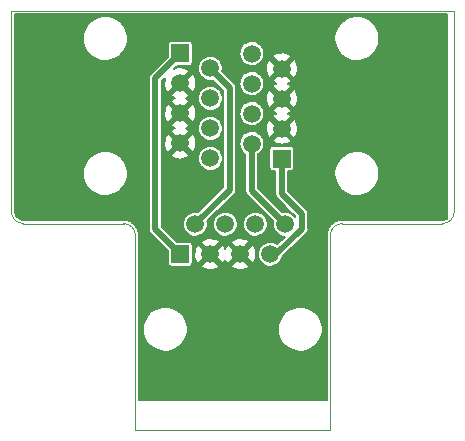
<source format=gbr>
G04 #@! TF.GenerationSoftware,KiCad,Pcbnew,5.99.0-unknown-06c979d~86~ubuntu18.04.1*
G04 #@! TF.CreationDate,2020-01-24T15:10:46+02:00*
G04 #@! TF.ProjectId,interconnect,696e7465-7263-46f6-9e6e-6563742e6b69,rev?*
G04 #@! TF.SameCoordinates,Original*
G04 #@! TF.FileFunction,Copper,L1,Top*
G04 #@! TF.FilePolarity,Positive*
%FSLAX46Y46*%
G04 Gerber Fmt 4.6, Leading zero omitted, Abs format (unit mm)*
G04 Created by KiCad (PCBNEW 5.99.0-unknown-06c979d~86~ubuntu18.04.1) date 2020-01-24 15:10:46*
%MOMM*%
%LPD*%
G04 APERTURE LIST*
%ADD10C,0.050000*%
%ADD11C,1.500000*%
%ADD12R,1.500000X1.500000*%
%ADD13C,0.500000*%
%ADD14C,0.200000*%
G04 APERTURE END LIST*
D10*
X93000000Y-97500000D02*
G75*
G02*
X92000000Y-96500000I0J1000000D01*
G01*
X129500000Y-96500000D02*
G75*
G02*
X128500000Y-97500000I-1000000J0D01*
G01*
X101500000Y-97500000D02*
G75*
G02*
X102500000Y-98500000I0J-1000000D01*
G01*
X119000000Y-98500000D02*
G75*
G02*
X120000000Y-97500000I1000000J0D01*
G01*
X102500000Y-115000000D02*
X119000000Y-115000000D01*
X102500000Y-98500000D02*
X102500000Y-115000000D01*
X101500000Y-97500000D02*
X93000000Y-97500000D01*
X119000000Y-98500000D02*
X119000000Y-115000000D01*
X128500000Y-97500000D02*
X120000000Y-97500000D01*
X92000000Y-96500000D02*
X92000000Y-79500000D01*
X129500000Y-79500000D02*
X129500000Y-96500000D01*
X92000000Y-79500000D02*
X129500000Y-79500000D01*
D11*
X112360000Y-83110000D03*
X114900000Y-84380000D03*
X112360000Y-85650000D03*
X114900000Y-86920000D03*
X112360000Y-88190000D03*
X114900000Y-89460000D03*
X112360000Y-90730000D03*
D12*
X114900000Y-92000000D03*
D11*
X115190000Y-97560000D03*
X113920000Y-100100000D03*
X112650000Y-97560000D03*
X111380000Y-100100000D03*
X110110000Y-97560000D03*
X108840000Y-100100000D03*
X107570000Y-97560000D03*
D12*
X106300000Y-100100000D03*
D11*
X108840000Y-91990000D03*
X106300000Y-90720000D03*
X108840000Y-89450000D03*
X106300000Y-88180000D03*
X108840000Y-86910000D03*
X106300000Y-85640000D03*
X108840000Y-84370000D03*
D12*
X106300000Y-83100000D03*
D13*
X116600000Y-96700000D02*
X116600000Y-97926002D01*
X116600000Y-97926002D02*
X114426002Y-100100000D01*
X114426002Y-100100000D02*
X113920000Y-100100000D01*
X114900000Y-95000000D02*
X116600000Y-96700000D01*
X114900000Y-92000000D02*
X114900000Y-95000000D01*
X112360000Y-90730000D02*
X112360000Y-94730000D01*
X112360000Y-94730000D02*
X115190000Y-97560000D01*
X110500000Y-86030000D02*
X110500000Y-94630000D01*
X108840000Y-84370000D02*
X110500000Y-86030000D01*
X110500000Y-94630000D02*
X107570000Y-97560000D01*
X104200000Y-85200000D02*
X104200000Y-98000000D01*
X106300000Y-83100000D02*
X104200000Y-85200000D01*
X104200000Y-98000000D02*
X106300000Y-100100000D01*
G36*
X128901000Y-97063132D02*
G01*
X128867918Y-97088793D01*
X128742010Y-97150747D01*
X128602585Y-97187065D01*
X128465550Y-97197609D01*
X128454630Y-97201000D01*
X120022390Y-97201000D01*
X119988152Y-97195853D01*
X119976520Y-97196765D01*
X119812565Y-97209381D01*
X119797464Y-97214070D01*
X119781585Y-97214527D01*
X119770366Y-97217446D01*
X119563975Y-97271206D01*
X119546645Y-97280208D01*
X119527544Y-97284706D01*
X119517147Y-97289823D01*
X119325797Y-97383980D01*
X119310633Y-97396281D01*
X119292784Y-97404547D01*
X119283670Y-97411631D01*
X119115160Y-97542341D01*
X119102778Y-97557442D01*
X119087060Y-97569051D01*
X119079503Y-97577842D01*
X118940669Y-97739823D01*
X118931578Y-97757103D01*
X118918422Y-97771739D01*
X118912783Y-97781940D01*
X118912784Y-97781940D01*
X118809450Y-97968358D01*
X118804019Y-97987114D01*
X118794116Y-98004026D01*
X118790645Y-98015089D01*
X118726865Y-98218609D01*
X118725316Y-98238075D01*
X118719003Y-98256672D01*
X118717839Y-98268185D01*
X118696287Y-98480356D01*
X118701000Y-98518467D01*
X118701001Y-112401000D01*
X102799000Y-112401000D01*
X102799000Y-106541366D01*
X103127873Y-106541366D01*
X103162270Y-106821514D01*
X103237700Y-107093502D01*
X103352502Y-107351352D01*
X103504156Y-107589401D01*
X103689330Y-107802420D01*
X103903957Y-107985728D01*
X104143321Y-108135299D01*
X104402164Y-108247848D01*
X104674798Y-108320900D01*
X104955237Y-108352851D01*
X105237318Y-108343001D01*
X105514843Y-108291565D01*
X105781718Y-108199672D01*
X106032080Y-108069343D01*
X106260427Y-107903438D01*
X106461743Y-107705605D01*
X106631607Y-107480188D01*
X106766286Y-107232140D01*
X106862823Y-106966910D01*
X106919355Y-106689045D01*
X106923221Y-106541366D01*
X114557873Y-106541366D01*
X114592270Y-106821514D01*
X114667700Y-107093502D01*
X114782502Y-107351352D01*
X114934156Y-107589401D01*
X115119330Y-107802420D01*
X115333957Y-107985728D01*
X115573321Y-108135299D01*
X115832164Y-108247848D01*
X116104798Y-108320900D01*
X116385237Y-108352851D01*
X116667318Y-108343001D01*
X116944843Y-108291565D01*
X117211718Y-108199672D01*
X117462080Y-108069343D01*
X117690427Y-107903438D01*
X117891743Y-107705605D01*
X118061607Y-107480188D01*
X118196286Y-107232140D01*
X118292823Y-106966910D01*
X118349355Y-106689045D01*
X118359276Y-106310164D01*
X118317364Y-106029722D01*
X118234841Y-105759802D01*
X118113329Y-105505045D01*
X117955495Y-105271047D01*
X117764808Y-105062948D01*
X117545456Y-104885322D01*
X117302259Y-104742068D01*
X117040559Y-104636334D01*
X116766105Y-104570443D01*
X116484926Y-104545844D01*
X116203201Y-104563074D01*
X115927115Y-104621758D01*
X115662737Y-104720605D01*
X115415874Y-104857443D01*
X115191948Y-105029268D01*
X114995879Y-105232304D01*
X114831974Y-105462090D01*
X114703834Y-105713579D01*
X114614275Y-105981246D01*
X114565261Y-106259210D01*
X114557873Y-106541366D01*
X106923221Y-106541366D01*
X106929276Y-106310164D01*
X106887364Y-106029722D01*
X106804841Y-105759802D01*
X106683329Y-105505045D01*
X106525495Y-105271047D01*
X106334808Y-105062948D01*
X106115456Y-104885322D01*
X105872259Y-104742068D01*
X105610559Y-104636334D01*
X105336105Y-104570443D01*
X105054926Y-104545844D01*
X104773201Y-104563074D01*
X104497115Y-104621758D01*
X104232737Y-104720605D01*
X103985874Y-104857443D01*
X103761948Y-105029268D01*
X103565879Y-105232304D01*
X103401974Y-105462090D01*
X103273834Y-105713579D01*
X103184275Y-105981246D01*
X103135261Y-106259210D01*
X103127873Y-106541366D01*
X102799000Y-106541366D01*
X102799000Y-101164295D01*
X107994908Y-101164295D01*
X108152592Y-101276357D01*
X108371771Y-101379495D01*
X108605750Y-101442189D01*
X108847133Y-101462459D01*
X109088292Y-101439663D01*
X109321601Y-101374521D01*
X109539688Y-101269094D01*
X109683933Y-101164295D01*
X110534908Y-101164295D01*
X110692592Y-101276357D01*
X110911771Y-101379495D01*
X111145750Y-101442189D01*
X111387133Y-101462459D01*
X111628292Y-101439663D01*
X111861601Y-101374521D01*
X112079688Y-101269094D01*
X112224605Y-101163807D01*
X111380000Y-100319203D01*
X110534908Y-101164295D01*
X109683933Y-101164295D01*
X109684605Y-101163807D01*
X108840000Y-100319203D01*
X107994908Y-101164295D01*
X102799000Y-101164295D01*
X102799000Y-98522390D01*
X102804147Y-98488152D01*
X102803235Y-98476520D01*
X102790619Y-98312565D01*
X102785930Y-98297464D01*
X102785473Y-98281585D01*
X102782554Y-98270366D01*
X102728794Y-98063975D01*
X102719792Y-98046645D01*
X102715294Y-98027544D01*
X102710177Y-98017147D01*
X102616020Y-97825797D01*
X102603719Y-97810633D01*
X102595453Y-97792784D01*
X102588369Y-97783670D01*
X102457659Y-97615160D01*
X102442558Y-97602778D01*
X102430949Y-97587060D01*
X102422158Y-97579503D01*
X102260177Y-97440669D01*
X102242897Y-97431578D01*
X102228261Y-97418422D01*
X102218060Y-97412783D01*
X102218060Y-97412784D01*
X102031642Y-97309450D01*
X102012886Y-97304019D01*
X101995974Y-97294116D01*
X101984911Y-97290645D01*
X101781391Y-97226865D01*
X101761925Y-97225316D01*
X101743328Y-97219003D01*
X101731770Y-97217834D01*
X101519644Y-97196287D01*
X101481533Y-97201000D01*
X93049385Y-97201000D01*
X93042250Y-97198578D01*
X93030692Y-97197409D01*
X92860397Y-97180111D01*
X92726484Y-97138146D01*
X92603761Y-97070120D01*
X92497211Y-96978796D01*
X92411208Y-96867921D01*
X92349253Y-96742010D01*
X92312935Y-96602585D01*
X92302391Y-96465550D01*
X92299000Y-96454630D01*
X92299000Y-93351366D01*
X98047873Y-93351366D01*
X98082270Y-93631514D01*
X98157700Y-93903502D01*
X98272502Y-94161352D01*
X98424156Y-94399401D01*
X98609330Y-94612420D01*
X98823957Y-94795728D01*
X99063321Y-94945299D01*
X99322164Y-95057848D01*
X99594798Y-95130900D01*
X99875237Y-95162851D01*
X100157318Y-95153001D01*
X100434843Y-95101565D01*
X100701718Y-95009672D01*
X100952080Y-94879343D01*
X101180427Y-94713438D01*
X101381743Y-94515605D01*
X101551607Y-94290188D01*
X101686286Y-94042140D01*
X101782823Y-93776910D01*
X101839355Y-93499045D01*
X101849276Y-93120164D01*
X101807364Y-92839722D01*
X101724841Y-92569802D01*
X101603329Y-92315045D01*
X101445495Y-92081047D01*
X101254808Y-91872948D01*
X101035456Y-91695322D01*
X100792259Y-91552068D01*
X100530559Y-91446334D01*
X100256105Y-91380443D01*
X99974926Y-91355844D01*
X99693201Y-91373074D01*
X99417115Y-91431758D01*
X99152737Y-91530605D01*
X98905874Y-91667443D01*
X98681948Y-91839268D01*
X98485879Y-92042304D01*
X98321974Y-92272090D01*
X98193834Y-92523579D01*
X98104275Y-92791246D01*
X98055261Y-93069210D01*
X98047873Y-93351366D01*
X92299000Y-93351366D01*
X92299000Y-85172719D01*
X103642171Y-85172719D01*
X103651000Y-85237595D01*
X103651001Y-97908205D01*
X103647496Y-97918414D01*
X103651001Y-98011768D01*
X103651001Y-98050987D01*
X103652845Y-98060891D01*
X103655358Y-98127836D01*
X103670396Y-98155133D01*
X103678949Y-98201056D01*
X103786264Y-98375154D01*
X103838382Y-98414785D01*
X105247082Y-99823486D01*
X105247082Y-100859750D01*
X105268348Y-100966664D01*
X105334433Y-101065567D01*
X105433336Y-101131652D01*
X105540250Y-101152918D01*
X107059750Y-101152918D01*
X107166664Y-101131652D01*
X107265567Y-101065567D01*
X107331652Y-100966664D01*
X107352918Y-100859750D01*
X107352918Y-100064334D01*
X107477990Y-100064334D01*
X107493199Y-100306089D01*
X107550980Y-100541330D01*
X107649505Y-100762621D01*
X107774400Y-100946397D01*
X108620797Y-100100000D01*
X109059203Y-100100000D01*
X109906418Y-100947215D01*
X110037369Y-100750118D01*
X110109611Y-100583176D01*
X110189505Y-100762621D01*
X110314400Y-100946397D01*
X111160797Y-100100000D01*
X111599203Y-100100000D01*
X112446418Y-100947215D01*
X112577369Y-100750118D01*
X112673571Y-100527808D01*
X112729184Y-100290701D01*
X112737316Y-99980171D01*
X112694188Y-99740479D01*
X112609752Y-99513438D01*
X112452190Y-99247013D01*
X111599203Y-100100000D01*
X111160797Y-100100000D01*
X110316848Y-99256051D01*
X110225816Y-99375981D01*
X110115844Y-99591812D01*
X110108251Y-99616960D01*
X110069752Y-99513438D01*
X109912190Y-99247013D01*
X109059203Y-100100000D01*
X108620797Y-100100000D01*
X107776848Y-99256051D01*
X107685816Y-99375981D01*
X107575844Y-99591812D01*
X107505831Y-99823707D01*
X107477990Y-100064334D01*
X107352918Y-100064334D01*
X107352918Y-99340250D01*
X107331652Y-99233336D01*
X107265567Y-99134433D01*
X107166664Y-99068348D01*
X107059750Y-99047082D01*
X106023486Y-99047082D01*
X106008018Y-99031614D01*
X107990817Y-99031614D01*
X108840000Y-99880797D01*
X109689183Y-99031614D01*
X110530817Y-99031614D01*
X111380000Y-99880797D01*
X112237836Y-99022961D01*
X111927645Y-98852430D01*
X111698064Y-98775168D01*
X111458429Y-98739781D01*
X111216316Y-98747390D01*
X110979376Y-98797753D01*
X110755100Y-98889279D01*
X110530817Y-99031614D01*
X109689183Y-99031614D01*
X109697836Y-99022961D01*
X109387645Y-98852430D01*
X109158064Y-98775168D01*
X108918429Y-98739781D01*
X108676316Y-98747390D01*
X108439376Y-98797753D01*
X108215100Y-98889279D01*
X107990817Y-99031614D01*
X106008018Y-99031614D01*
X104749000Y-97772597D01*
X104749000Y-97556320D01*
X106515598Y-97556320D01*
X106536394Y-97768412D01*
X106599412Y-97971991D01*
X106702078Y-98158739D01*
X106840198Y-98321030D01*
X107008131Y-98452233D01*
X107199015Y-98546989D01*
X107405054Y-98601427D01*
X107617831Y-98613323D01*
X107828655Y-98582191D01*
X108028911Y-98509303D01*
X108210423Y-98397638D01*
X108365772Y-98251754D01*
X108488615Y-98077614D01*
X108573933Y-97882328D01*
X108618278Y-97673704D01*
X108618687Y-97556320D01*
X109055598Y-97556320D01*
X109076394Y-97768412D01*
X109139412Y-97971991D01*
X109242078Y-98158739D01*
X109380198Y-98321030D01*
X109548131Y-98452233D01*
X109739015Y-98546989D01*
X109945054Y-98601427D01*
X110157831Y-98613323D01*
X110368655Y-98582191D01*
X110568911Y-98509303D01*
X110750423Y-98397638D01*
X110905772Y-98251754D01*
X111028615Y-98077614D01*
X111113933Y-97882328D01*
X111158278Y-97673704D01*
X111158687Y-97556320D01*
X111595598Y-97556320D01*
X111616394Y-97768412D01*
X111679412Y-97971991D01*
X111782078Y-98158739D01*
X111920198Y-98321030D01*
X112088131Y-98452233D01*
X112279015Y-98546989D01*
X112485054Y-98601427D01*
X112697831Y-98613323D01*
X112908655Y-98582191D01*
X113108911Y-98509303D01*
X113290423Y-98397638D01*
X113445772Y-98251754D01*
X113568615Y-98077614D01*
X113653933Y-97882328D01*
X113698278Y-97673704D01*
X113699046Y-97453616D01*
X113656159Y-97244688D01*
X113572206Y-97048813D01*
X113450582Y-96873818D01*
X113296254Y-96726854D01*
X113115527Y-96613923D01*
X112915784Y-96539639D01*
X112705184Y-96507037D01*
X112492329Y-96517447D01*
X112285915Y-96570445D01*
X112094373Y-96663866D01*
X111925529Y-96793894D01*
X111786280Y-96955216D01*
X111682312Y-97141244D01*
X111617874Y-97344378D01*
X111595598Y-97556320D01*
X111158687Y-97556320D01*
X111159046Y-97453616D01*
X111116159Y-97244688D01*
X111032206Y-97048813D01*
X110910582Y-96873818D01*
X110756254Y-96726854D01*
X110575527Y-96613923D01*
X110375784Y-96539639D01*
X110165184Y-96507037D01*
X109952329Y-96517447D01*
X109745915Y-96570445D01*
X109554373Y-96663866D01*
X109385529Y-96793894D01*
X109246280Y-96955216D01*
X109142312Y-97141244D01*
X109077874Y-97344378D01*
X109055598Y-97556320D01*
X108618687Y-97556320D01*
X108619046Y-97453616D01*
X108590730Y-97315673D01*
X110823294Y-95083109D01*
X110832990Y-95078370D01*
X110896521Y-95009882D01*
X110924257Y-94982146D01*
X110929954Y-94973841D01*
X110975514Y-94924728D01*
X110984183Y-94894791D01*
X111010608Y-94856270D01*
X111057829Y-94657282D01*
X111049000Y-94592406D01*
X111049000Y-90726320D01*
X111305598Y-90726320D01*
X111326394Y-90938412D01*
X111389412Y-91141991D01*
X111492078Y-91328739D01*
X111630198Y-91491030D01*
X111798131Y-91622233D01*
X111811000Y-91628621D01*
X111811001Y-94638205D01*
X111807496Y-94648414D01*
X111811001Y-94741768D01*
X111811001Y-94780987D01*
X111812845Y-94790891D01*
X111815358Y-94857836D01*
X111830396Y-94885133D01*
X111838949Y-94931056D01*
X111946264Y-95105154D01*
X111998382Y-95144785D01*
X114167532Y-97313936D01*
X114157875Y-97344378D01*
X114135598Y-97556320D01*
X114156394Y-97768412D01*
X114219412Y-97971991D01*
X114322078Y-98158739D01*
X114460198Y-98321030D01*
X114628131Y-98452233D01*
X114819015Y-98546989D01*
X115025054Y-98601427D01*
X115141652Y-98607946D01*
X114514859Y-99234739D01*
X114385527Y-99153923D01*
X114185784Y-99079639D01*
X113975184Y-99047037D01*
X113762329Y-99057447D01*
X113555915Y-99110445D01*
X113364373Y-99203866D01*
X113195529Y-99333894D01*
X113056280Y-99495216D01*
X112952312Y-99681244D01*
X112887874Y-99884378D01*
X112865598Y-100096320D01*
X112886394Y-100308412D01*
X112949412Y-100511991D01*
X113052078Y-100698739D01*
X113190198Y-100861030D01*
X113358131Y-100992233D01*
X113549015Y-101086989D01*
X113755054Y-101141427D01*
X113967831Y-101153323D01*
X114178655Y-101122191D01*
X114378911Y-101049303D01*
X114560423Y-100937638D01*
X114715772Y-100791754D01*
X114838615Y-100617614D01*
X114923933Y-100422328D01*
X114935772Y-100366633D01*
X116923294Y-98379111D01*
X116932990Y-98374372D01*
X116996521Y-98305884D01*
X117024255Y-98278150D01*
X117029951Y-98269848D01*
X117075514Y-98220729D01*
X117084184Y-98190790D01*
X117110606Y-98152274D01*
X117157829Y-97953285D01*
X117149000Y-97888409D01*
X117149000Y-96791791D01*
X117152504Y-96781585D01*
X117149000Y-96688257D01*
X117149000Y-96649008D01*
X117147154Y-96639098D01*
X117144642Y-96572164D01*
X117129605Y-96544868D01*
X117121052Y-96498944D01*
X117013737Y-96324846D01*
X116961620Y-96285216D01*
X115449000Y-94772597D01*
X115449000Y-93361366D01*
X119347873Y-93361366D01*
X119382270Y-93641514D01*
X119457700Y-93913502D01*
X119572502Y-94171352D01*
X119724156Y-94409401D01*
X119909330Y-94622420D01*
X120123957Y-94805728D01*
X120363321Y-94955299D01*
X120622164Y-95067848D01*
X120894798Y-95140900D01*
X121175237Y-95172851D01*
X121457318Y-95163001D01*
X121734843Y-95111565D01*
X122001718Y-95019672D01*
X122252080Y-94889343D01*
X122480427Y-94723438D01*
X122681743Y-94525605D01*
X122851607Y-94300188D01*
X122986286Y-94052140D01*
X123082823Y-93786910D01*
X123139355Y-93509045D01*
X123149276Y-93130164D01*
X123107364Y-92849722D01*
X123024841Y-92579802D01*
X122903329Y-92325045D01*
X122745495Y-92091047D01*
X122554808Y-91882948D01*
X122335456Y-91705322D01*
X122092259Y-91562068D01*
X121830559Y-91456334D01*
X121556105Y-91390443D01*
X121274926Y-91365844D01*
X120993201Y-91383074D01*
X120717115Y-91441758D01*
X120452737Y-91540605D01*
X120205874Y-91677443D01*
X119981948Y-91849268D01*
X119785879Y-92052304D01*
X119621974Y-92282090D01*
X119493834Y-92533579D01*
X119404275Y-92801246D01*
X119355261Y-93079210D01*
X119347873Y-93361366D01*
X115449000Y-93361366D01*
X115449000Y-93052918D01*
X115659750Y-93052918D01*
X115766664Y-93031652D01*
X115865567Y-92965567D01*
X115931652Y-92866664D01*
X115952918Y-92759750D01*
X115952918Y-91240250D01*
X115931652Y-91133336D01*
X115865567Y-91034433D01*
X115766664Y-90968348D01*
X115659750Y-90947082D01*
X114140250Y-90947082D01*
X114033336Y-90968348D01*
X113934433Y-91034433D01*
X113868348Y-91133336D01*
X113847082Y-91240250D01*
X113847082Y-92759750D01*
X113868348Y-92866664D01*
X113934433Y-92965567D01*
X114033336Y-93031652D01*
X114140250Y-93052918D01*
X114351000Y-93052918D01*
X114351001Y-94908205D01*
X114347496Y-94918414D01*
X114351001Y-95011768D01*
X114351001Y-95050987D01*
X114352845Y-95060891D01*
X114355358Y-95127836D01*
X114370396Y-95155133D01*
X114378949Y-95201056D01*
X114486264Y-95375154D01*
X114538382Y-95414785D01*
X116051000Y-96927404D01*
X116051000Y-96960749D01*
X115990582Y-96873818D01*
X115836254Y-96726854D01*
X115655527Y-96613923D01*
X115455784Y-96539639D01*
X115245184Y-96507037D01*
X115032329Y-96517447D01*
X114946013Y-96539609D01*
X112909000Y-94502597D01*
X112909000Y-91623881D01*
X113000423Y-91567638D01*
X113155772Y-91421754D01*
X113278615Y-91247614D01*
X113363933Y-91052328D01*
X113408278Y-90843704D01*
X113409046Y-90623616D01*
X113388659Y-90524295D01*
X114054908Y-90524295D01*
X114212592Y-90636357D01*
X114431771Y-90739495D01*
X114665750Y-90802189D01*
X114907133Y-90822459D01*
X115148292Y-90799663D01*
X115381601Y-90734521D01*
X115599688Y-90629094D01*
X115744605Y-90523807D01*
X114900000Y-89679203D01*
X114054908Y-90524295D01*
X113388659Y-90524295D01*
X113366159Y-90414688D01*
X113282206Y-90218813D01*
X113160582Y-90043818D01*
X113006254Y-89896854D01*
X112825527Y-89783923D01*
X112625784Y-89709639D01*
X112415184Y-89677037D01*
X112202329Y-89687447D01*
X111995915Y-89740445D01*
X111804373Y-89833866D01*
X111635529Y-89963894D01*
X111496280Y-90125216D01*
X111392312Y-90311244D01*
X111327874Y-90514378D01*
X111305598Y-90726320D01*
X111049000Y-90726320D01*
X111049000Y-89424334D01*
X113537990Y-89424334D01*
X113553199Y-89666089D01*
X113610980Y-89901330D01*
X113709505Y-90122621D01*
X113834400Y-90306397D01*
X114680797Y-89460000D01*
X115119203Y-89460000D01*
X115966418Y-90307215D01*
X116097369Y-90110118D01*
X116193571Y-89887808D01*
X116249184Y-89650701D01*
X116257316Y-89340171D01*
X116214188Y-89100479D01*
X116129752Y-88873438D01*
X115972190Y-88607013D01*
X115119203Y-89460000D01*
X114680797Y-89460000D01*
X113836848Y-88616051D01*
X113745816Y-88735981D01*
X113635844Y-88951812D01*
X113565831Y-89183707D01*
X113537990Y-89424334D01*
X111049000Y-89424334D01*
X111049000Y-88186320D01*
X111305598Y-88186320D01*
X111326394Y-88398412D01*
X111389412Y-88601991D01*
X111492078Y-88788739D01*
X111630198Y-88951030D01*
X111798131Y-89082233D01*
X111989015Y-89176989D01*
X112195054Y-89231427D01*
X112407831Y-89243323D01*
X112618655Y-89212191D01*
X112818911Y-89139303D01*
X113000423Y-89027638D01*
X113155772Y-88881754D01*
X113278615Y-88707614D01*
X113363933Y-88512328D01*
X113389591Y-88391614D01*
X114050817Y-88391614D01*
X114900000Y-89240797D01*
X115757836Y-88382961D01*
X115447645Y-88212430D01*
X115386866Y-88191976D01*
X115599688Y-88089094D01*
X115744605Y-87983807D01*
X114900000Y-87139203D01*
X114054908Y-87984295D01*
X114212592Y-88096357D01*
X114415664Y-88191916D01*
X114275100Y-88249279D01*
X114050817Y-88391614D01*
X113389591Y-88391614D01*
X113408278Y-88303704D01*
X113409046Y-88083616D01*
X113366159Y-87874688D01*
X113282206Y-87678813D01*
X113160582Y-87503818D01*
X113006254Y-87356854D01*
X112825527Y-87243923D01*
X112625784Y-87169639D01*
X112415184Y-87137037D01*
X112202329Y-87147447D01*
X111995915Y-87200445D01*
X111804373Y-87293866D01*
X111635529Y-87423894D01*
X111496280Y-87585216D01*
X111392312Y-87771244D01*
X111327874Y-87974378D01*
X111305598Y-88186320D01*
X111049000Y-88186320D01*
X111049000Y-86884334D01*
X113537990Y-86884334D01*
X113553199Y-87126089D01*
X113610980Y-87361330D01*
X113709505Y-87582621D01*
X113834400Y-87766397D01*
X114680797Y-86920000D01*
X115119203Y-86920000D01*
X115966418Y-87767215D01*
X116097369Y-87570118D01*
X116193571Y-87347808D01*
X116249184Y-87110701D01*
X116257316Y-86800171D01*
X116214188Y-86560479D01*
X116129752Y-86333438D01*
X115972190Y-86067013D01*
X115119203Y-86920000D01*
X114680797Y-86920000D01*
X113836848Y-86076051D01*
X113745816Y-86195981D01*
X113635844Y-86411812D01*
X113565831Y-86643707D01*
X113537990Y-86884334D01*
X111049000Y-86884334D01*
X111049000Y-86121796D01*
X111052505Y-86111588D01*
X111049000Y-86018231D01*
X111049000Y-85979012D01*
X111047156Y-85969111D01*
X111044643Y-85902163D01*
X111029605Y-85874866D01*
X111021052Y-85828944D01*
X110913737Y-85654846D01*
X110902525Y-85646320D01*
X111305598Y-85646320D01*
X111326394Y-85858412D01*
X111389412Y-86061991D01*
X111492078Y-86248739D01*
X111630198Y-86411030D01*
X111798131Y-86542233D01*
X111989015Y-86636989D01*
X112195054Y-86691427D01*
X112407831Y-86703323D01*
X112618655Y-86672191D01*
X112818911Y-86599303D01*
X113000423Y-86487638D01*
X113155772Y-86341754D01*
X113278615Y-86167614D01*
X113363933Y-85972328D01*
X113389591Y-85851614D01*
X114050817Y-85851614D01*
X114900000Y-86700797D01*
X115757836Y-85842961D01*
X115447645Y-85672430D01*
X115386866Y-85651976D01*
X115599688Y-85549094D01*
X115744605Y-85443807D01*
X114900000Y-84599203D01*
X114054908Y-85444295D01*
X114212592Y-85556357D01*
X114415664Y-85651916D01*
X114275100Y-85709279D01*
X114050817Y-85851614D01*
X113389591Y-85851614D01*
X113408278Y-85763704D01*
X113409046Y-85543616D01*
X113366159Y-85334688D01*
X113282206Y-85138813D01*
X113160582Y-84963818D01*
X113006254Y-84816854D01*
X112825527Y-84703923D01*
X112625784Y-84629639D01*
X112415184Y-84597037D01*
X112202329Y-84607447D01*
X111995915Y-84660445D01*
X111804373Y-84753866D01*
X111635529Y-84883894D01*
X111496280Y-85045216D01*
X111392312Y-85231244D01*
X111327874Y-85434378D01*
X111305598Y-85646320D01*
X110902525Y-85646320D01*
X110861620Y-85615216D01*
X109860551Y-84614148D01*
X109888278Y-84483704D01*
X109888764Y-84344334D01*
X113537990Y-84344334D01*
X113553199Y-84586089D01*
X113610980Y-84821330D01*
X113709505Y-85042621D01*
X113834400Y-85226397D01*
X114680797Y-84380000D01*
X115119203Y-84380000D01*
X115966418Y-85227215D01*
X116097369Y-85030118D01*
X116193571Y-84807808D01*
X116249184Y-84570701D01*
X116257316Y-84260171D01*
X116214188Y-84020479D01*
X116129752Y-83793438D01*
X115972190Y-83527013D01*
X115119203Y-84380000D01*
X114680797Y-84380000D01*
X113836848Y-83536051D01*
X113745816Y-83655981D01*
X113635844Y-83871812D01*
X113565831Y-84103707D01*
X113537990Y-84344334D01*
X109888764Y-84344334D01*
X109889046Y-84263616D01*
X109846159Y-84054688D01*
X109762206Y-83858813D01*
X109640582Y-83683818D01*
X109486254Y-83536854D01*
X109305527Y-83423923D01*
X109105784Y-83349639D01*
X108895184Y-83317037D01*
X108682329Y-83327447D01*
X108475915Y-83380445D01*
X108284373Y-83473866D01*
X108115529Y-83603894D01*
X107976280Y-83765216D01*
X107872312Y-83951244D01*
X107807874Y-84154378D01*
X107785598Y-84366320D01*
X107806394Y-84578412D01*
X107869412Y-84781991D01*
X107972078Y-84968739D01*
X108110198Y-85131030D01*
X108278131Y-85262233D01*
X108469015Y-85356989D01*
X108675054Y-85411427D01*
X108887831Y-85423323D01*
X109087444Y-85393847D01*
X109951000Y-86257404D01*
X109951001Y-94402594D01*
X107816883Y-96536713D01*
X107625184Y-96507037D01*
X107412329Y-96517447D01*
X107205915Y-96570445D01*
X107014373Y-96663866D01*
X106845529Y-96793894D01*
X106706280Y-96955216D01*
X106602312Y-97141244D01*
X106537874Y-97344378D01*
X106515598Y-97556320D01*
X104749000Y-97556320D01*
X104749000Y-91784295D01*
X105454908Y-91784295D01*
X105612592Y-91896357D01*
X105831771Y-91999495D01*
X106065750Y-92062189D01*
X106307133Y-92082459D01*
X106548292Y-92059663D01*
X106781601Y-91994521D01*
X106798565Y-91986320D01*
X107785598Y-91986320D01*
X107806394Y-92198412D01*
X107869412Y-92401991D01*
X107972078Y-92588739D01*
X108110198Y-92751030D01*
X108278131Y-92882233D01*
X108469015Y-92976989D01*
X108675054Y-93031427D01*
X108887831Y-93043323D01*
X109098655Y-93012191D01*
X109298911Y-92939303D01*
X109480423Y-92827638D01*
X109635772Y-92681754D01*
X109758615Y-92507614D01*
X109843933Y-92312328D01*
X109888278Y-92103704D01*
X109889046Y-91883616D01*
X109846159Y-91674688D01*
X109762206Y-91478813D01*
X109640582Y-91303818D01*
X109486254Y-91156854D01*
X109305527Y-91043923D01*
X109105784Y-90969639D01*
X108895184Y-90937037D01*
X108682329Y-90947447D01*
X108475915Y-91000445D01*
X108284373Y-91093866D01*
X108115529Y-91223894D01*
X107976280Y-91385216D01*
X107872312Y-91571244D01*
X107807874Y-91774378D01*
X107785598Y-91986320D01*
X106798565Y-91986320D01*
X106999688Y-91889094D01*
X107144605Y-91783807D01*
X106300000Y-90939203D01*
X105454908Y-91784295D01*
X104749000Y-91784295D01*
X104749000Y-90684334D01*
X104937990Y-90684334D01*
X104953199Y-90926089D01*
X105010980Y-91161330D01*
X105109505Y-91382621D01*
X105234400Y-91566397D01*
X106080797Y-90720000D01*
X106519203Y-90720000D01*
X107366418Y-91567215D01*
X107497369Y-91370118D01*
X107593571Y-91147808D01*
X107649184Y-90910701D01*
X107657316Y-90600171D01*
X107614188Y-90360479D01*
X107529752Y-90133438D01*
X107372190Y-89867013D01*
X106519203Y-90720000D01*
X106080797Y-90720000D01*
X105236848Y-89876051D01*
X105145816Y-89995981D01*
X105035844Y-90211812D01*
X104965831Y-90443707D01*
X104937990Y-90684334D01*
X104749000Y-90684334D01*
X104749000Y-89651614D01*
X105450817Y-89651614D01*
X106300000Y-90500797D01*
X107157836Y-89642961D01*
X106847645Y-89472430D01*
X106786866Y-89451976D01*
X106798566Y-89446320D01*
X107785598Y-89446320D01*
X107806394Y-89658412D01*
X107869412Y-89861991D01*
X107972078Y-90048739D01*
X108110198Y-90211030D01*
X108278131Y-90342233D01*
X108469015Y-90436989D01*
X108675054Y-90491427D01*
X108887831Y-90503323D01*
X109098655Y-90472191D01*
X109298911Y-90399303D01*
X109480423Y-90287638D01*
X109635772Y-90141754D01*
X109758615Y-89967614D01*
X109843933Y-89772328D01*
X109888278Y-89563704D01*
X109889046Y-89343616D01*
X109846159Y-89134688D01*
X109762206Y-88938813D01*
X109640582Y-88763818D01*
X109486254Y-88616854D01*
X109305527Y-88503923D01*
X109105784Y-88429639D01*
X108895184Y-88397037D01*
X108682329Y-88407447D01*
X108475915Y-88460445D01*
X108284373Y-88553866D01*
X108115529Y-88683894D01*
X107976280Y-88845216D01*
X107872312Y-89031244D01*
X107807874Y-89234378D01*
X107785598Y-89446320D01*
X106798566Y-89446320D01*
X106999688Y-89349094D01*
X107144605Y-89243807D01*
X106300000Y-88399203D01*
X105454908Y-89244295D01*
X105612592Y-89356357D01*
X105815664Y-89451916D01*
X105675100Y-89509279D01*
X105450817Y-89651614D01*
X104749000Y-89651614D01*
X104749000Y-88144334D01*
X104937990Y-88144334D01*
X104953199Y-88386089D01*
X105010980Y-88621330D01*
X105109505Y-88842621D01*
X105234400Y-89026397D01*
X106080797Y-88180000D01*
X106519203Y-88180000D01*
X107366418Y-89027215D01*
X107497369Y-88830118D01*
X107593571Y-88607808D01*
X107649184Y-88370701D01*
X107657316Y-88060171D01*
X107614188Y-87820479D01*
X107529752Y-87593438D01*
X107372190Y-87327013D01*
X106519203Y-88180000D01*
X106080797Y-88180000D01*
X105236848Y-87336051D01*
X105145816Y-87455981D01*
X105035844Y-87671812D01*
X104965831Y-87903707D01*
X104937990Y-88144334D01*
X104749000Y-88144334D01*
X104749000Y-87111614D01*
X105450817Y-87111614D01*
X106300000Y-87960797D01*
X107157836Y-87102961D01*
X106847645Y-86932430D01*
X106786866Y-86911976D01*
X106798566Y-86906320D01*
X107785598Y-86906320D01*
X107806394Y-87118412D01*
X107869412Y-87321991D01*
X107972078Y-87508739D01*
X108110198Y-87671030D01*
X108278131Y-87802233D01*
X108469015Y-87896989D01*
X108675054Y-87951427D01*
X108887831Y-87963323D01*
X109098655Y-87932191D01*
X109298911Y-87859303D01*
X109480423Y-87747638D01*
X109635772Y-87601754D01*
X109758615Y-87427614D01*
X109843933Y-87232328D01*
X109888278Y-87023704D01*
X109889046Y-86803616D01*
X109846159Y-86594688D01*
X109762206Y-86398813D01*
X109640582Y-86223818D01*
X109486254Y-86076854D01*
X109305527Y-85963923D01*
X109105784Y-85889639D01*
X108895184Y-85857037D01*
X108682329Y-85867447D01*
X108475915Y-85920445D01*
X108284373Y-86013866D01*
X108115529Y-86143894D01*
X107976280Y-86305216D01*
X107872312Y-86491244D01*
X107807874Y-86694378D01*
X107785598Y-86906320D01*
X106798566Y-86906320D01*
X106999688Y-86809094D01*
X107144605Y-86703807D01*
X106300000Y-85859203D01*
X105454908Y-86704295D01*
X105612592Y-86816357D01*
X105815664Y-86911916D01*
X105675100Y-86969279D01*
X105450817Y-87111614D01*
X104749000Y-87111614D01*
X104749000Y-85427403D01*
X105032061Y-85144342D01*
X104965831Y-85363707D01*
X104937990Y-85604334D01*
X104953199Y-85846089D01*
X105010980Y-86081330D01*
X105109505Y-86302621D01*
X105234400Y-86486397D01*
X106080797Y-85640000D01*
X106519203Y-85640000D01*
X107366418Y-86487215D01*
X107497369Y-86290118D01*
X107593571Y-86067808D01*
X107649184Y-85830701D01*
X107657316Y-85520171D01*
X107614188Y-85280479D01*
X107529752Y-85053438D01*
X107372190Y-84787013D01*
X106519203Y-85640000D01*
X106080797Y-85640000D01*
X107157836Y-84562961D01*
X106847645Y-84392430D01*
X106618064Y-84315168D01*
X106378429Y-84279781D01*
X106136316Y-84287390D01*
X105899376Y-84337753D01*
X105796783Y-84379621D01*
X106023486Y-84152918D01*
X107059750Y-84152918D01*
X107166664Y-84131652D01*
X107265567Y-84065567D01*
X107331652Y-83966664D01*
X107352918Y-83859750D01*
X107352918Y-83106320D01*
X111305598Y-83106320D01*
X111326394Y-83318412D01*
X111389412Y-83521991D01*
X111492078Y-83708739D01*
X111630198Y-83871030D01*
X111798131Y-84002233D01*
X111989015Y-84096989D01*
X112195054Y-84151427D01*
X112407831Y-84163323D01*
X112618655Y-84132191D01*
X112818911Y-84059303D01*
X113000423Y-83947638D01*
X113155772Y-83801754D01*
X113278615Y-83627614D01*
X113363933Y-83432328D01*
X113389591Y-83311614D01*
X114050817Y-83311614D01*
X114900000Y-84160797D01*
X115757836Y-83302961D01*
X115447645Y-83132430D01*
X115218064Y-83055168D01*
X114978429Y-83019781D01*
X114736316Y-83027390D01*
X114499376Y-83077753D01*
X114275100Y-83169279D01*
X114050817Y-83311614D01*
X113389591Y-83311614D01*
X113408278Y-83223704D01*
X113409046Y-83003616D01*
X113366159Y-82794688D01*
X113282206Y-82598813D01*
X113160582Y-82423818D01*
X113006254Y-82276854D01*
X112825527Y-82163923D01*
X112625784Y-82089639D01*
X112415184Y-82057037D01*
X112202329Y-82067447D01*
X111995915Y-82120445D01*
X111804373Y-82213866D01*
X111635529Y-82343894D01*
X111496280Y-82505216D01*
X111392312Y-82691244D01*
X111327874Y-82894378D01*
X111305598Y-83106320D01*
X107352918Y-83106320D01*
X107352918Y-82340250D01*
X107331652Y-82233336D01*
X107265567Y-82134433D01*
X107166664Y-82068348D01*
X107059750Y-82047082D01*
X105540250Y-82047082D01*
X105433336Y-82068348D01*
X105334433Y-82134433D01*
X105268348Y-82233336D01*
X105247082Y-82340250D01*
X105247082Y-83376514D01*
X103876708Y-84746889D01*
X103867012Y-84751628D01*
X103803471Y-84820126D01*
X103775744Y-84847854D01*
X103770048Y-84856157D01*
X103724486Y-84905274D01*
X103715817Y-84935210D01*
X103689392Y-84973731D01*
X103642171Y-85172719D01*
X92299000Y-85172719D01*
X92299000Y-81921366D01*
X98047873Y-81921366D01*
X98082270Y-82201514D01*
X98157700Y-82473502D01*
X98272502Y-82731352D01*
X98424156Y-82969401D01*
X98609330Y-83182420D01*
X98823957Y-83365728D01*
X99063321Y-83515299D01*
X99322164Y-83627848D01*
X99594798Y-83700900D01*
X99875237Y-83732851D01*
X100157318Y-83723001D01*
X100434843Y-83671565D01*
X100701718Y-83579672D01*
X100952080Y-83449343D01*
X101180427Y-83283438D01*
X101381743Y-83085605D01*
X101551607Y-82860188D01*
X101686286Y-82612140D01*
X101782823Y-82346910D01*
X101839355Y-82069045D01*
X101842960Y-81931366D01*
X119347873Y-81931366D01*
X119382270Y-82211514D01*
X119457700Y-82483502D01*
X119572502Y-82741352D01*
X119724156Y-82979401D01*
X119909330Y-83192420D01*
X120123957Y-83375728D01*
X120363321Y-83525299D01*
X120622164Y-83637848D01*
X120894798Y-83710900D01*
X121175237Y-83742851D01*
X121457318Y-83733001D01*
X121734843Y-83681565D01*
X122001718Y-83589672D01*
X122252080Y-83459343D01*
X122480427Y-83293438D01*
X122681743Y-83095605D01*
X122851607Y-82870188D01*
X122986286Y-82622140D01*
X123082823Y-82356910D01*
X123139355Y-82079045D01*
X123149276Y-81700164D01*
X123107364Y-81419722D01*
X123024841Y-81149802D01*
X122903329Y-80895045D01*
X122745495Y-80661047D01*
X122554808Y-80452948D01*
X122335456Y-80275322D01*
X122092259Y-80132068D01*
X121830559Y-80026334D01*
X121556105Y-79960443D01*
X121274926Y-79935844D01*
X120993201Y-79953074D01*
X120717115Y-80011758D01*
X120452737Y-80110605D01*
X120205874Y-80247443D01*
X119981948Y-80419268D01*
X119785879Y-80622304D01*
X119621974Y-80852090D01*
X119493834Y-81103579D01*
X119404275Y-81371246D01*
X119355261Y-81649210D01*
X119347873Y-81931366D01*
X101842960Y-81931366D01*
X101849276Y-81690164D01*
X101807364Y-81409722D01*
X101724841Y-81139802D01*
X101603329Y-80885045D01*
X101445495Y-80651047D01*
X101254808Y-80442948D01*
X101035456Y-80265322D01*
X100792259Y-80122068D01*
X100530559Y-80016334D01*
X100256105Y-79950443D01*
X99974926Y-79925844D01*
X99693201Y-79943074D01*
X99417115Y-80001758D01*
X99152737Y-80100605D01*
X98905874Y-80237443D01*
X98681948Y-80409268D01*
X98485879Y-80612304D01*
X98321974Y-80842090D01*
X98193834Y-81093579D01*
X98104275Y-81361246D01*
X98055261Y-81639210D01*
X98047873Y-81921366D01*
X92299000Y-81921366D01*
X92299000Y-79799000D01*
X128901000Y-79799000D01*
X128901000Y-97063132D01*
G37*
D14*
X128901000Y-97063132D02*
X128867918Y-97088793D01*
X128742010Y-97150747D01*
X128602585Y-97187065D01*
X128465550Y-97197609D01*
X128454630Y-97201000D01*
X120022390Y-97201000D01*
X119988152Y-97195853D01*
X119976520Y-97196765D01*
X119812565Y-97209381D01*
X119797464Y-97214070D01*
X119781585Y-97214527D01*
X119770366Y-97217446D01*
X119563975Y-97271206D01*
X119546645Y-97280208D01*
X119527544Y-97284706D01*
X119517147Y-97289823D01*
X119325797Y-97383980D01*
X119310633Y-97396281D01*
X119292784Y-97404547D01*
X119283670Y-97411631D01*
X119115160Y-97542341D01*
X119102778Y-97557442D01*
X119087060Y-97569051D01*
X119079503Y-97577842D01*
X118940669Y-97739823D01*
X118931578Y-97757103D01*
X118918422Y-97771739D01*
X118912783Y-97781940D01*
X118912784Y-97781940D01*
X118809450Y-97968358D01*
X118804019Y-97987114D01*
X118794116Y-98004026D01*
X118790645Y-98015089D01*
X118726865Y-98218609D01*
X118725316Y-98238075D01*
X118719003Y-98256672D01*
X118717839Y-98268185D01*
X118696287Y-98480356D01*
X118701000Y-98518467D01*
X118701001Y-112401000D01*
X102799000Y-112401000D01*
X102799000Y-106541366D01*
X103127873Y-106541366D01*
X103162270Y-106821514D01*
X103237700Y-107093502D01*
X103352502Y-107351352D01*
X103504156Y-107589401D01*
X103689330Y-107802420D01*
X103903957Y-107985728D01*
X104143321Y-108135299D01*
X104402164Y-108247848D01*
X104674798Y-108320900D01*
X104955237Y-108352851D01*
X105237318Y-108343001D01*
X105514843Y-108291565D01*
X105781718Y-108199672D01*
X106032080Y-108069343D01*
X106260427Y-107903438D01*
X106461743Y-107705605D01*
X106631607Y-107480188D01*
X106766286Y-107232140D01*
X106862823Y-106966910D01*
X106919355Y-106689045D01*
X106923221Y-106541366D01*
X114557873Y-106541366D01*
X114592270Y-106821514D01*
X114667700Y-107093502D01*
X114782502Y-107351352D01*
X114934156Y-107589401D01*
X115119330Y-107802420D01*
X115333957Y-107985728D01*
X115573321Y-108135299D01*
X115832164Y-108247848D01*
X116104798Y-108320900D01*
X116385237Y-108352851D01*
X116667318Y-108343001D01*
X116944843Y-108291565D01*
X117211718Y-108199672D01*
X117462080Y-108069343D01*
X117690427Y-107903438D01*
X117891743Y-107705605D01*
X118061607Y-107480188D01*
X118196286Y-107232140D01*
X118292823Y-106966910D01*
X118349355Y-106689045D01*
X118359276Y-106310164D01*
X118317364Y-106029722D01*
X118234841Y-105759802D01*
X118113329Y-105505045D01*
X117955495Y-105271047D01*
X117764808Y-105062948D01*
X117545456Y-104885322D01*
X117302259Y-104742068D01*
X117040559Y-104636334D01*
X116766105Y-104570443D01*
X116484926Y-104545844D01*
X116203201Y-104563074D01*
X115927115Y-104621758D01*
X115662737Y-104720605D01*
X115415874Y-104857443D01*
X115191948Y-105029268D01*
X114995879Y-105232304D01*
X114831974Y-105462090D01*
X114703834Y-105713579D01*
X114614275Y-105981246D01*
X114565261Y-106259210D01*
X114557873Y-106541366D01*
X106923221Y-106541366D01*
X106929276Y-106310164D01*
X106887364Y-106029722D01*
X106804841Y-105759802D01*
X106683329Y-105505045D01*
X106525495Y-105271047D01*
X106334808Y-105062948D01*
X106115456Y-104885322D01*
X105872259Y-104742068D01*
X105610559Y-104636334D01*
X105336105Y-104570443D01*
X105054926Y-104545844D01*
X104773201Y-104563074D01*
X104497115Y-104621758D01*
X104232737Y-104720605D01*
X103985874Y-104857443D01*
X103761948Y-105029268D01*
X103565879Y-105232304D01*
X103401974Y-105462090D01*
X103273834Y-105713579D01*
X103184275Y-105981246D01*
X103135261Y-106259210D01*
X103127873Y-106541366D01*
X102799000Y-106541366D01*
X102799000Y-101164295D01*
X107994908Y-101164295D01*
X108152592Y-101276357D01*
X108371771Y-101379495D01*
X108605750Y-101442189D01*
X108847133Y-101462459D01*
X109088292Y-101439663D01*
X109321601Y-101374521D01*
X109539688Y-101269094D01*
X109683933Y-101164295D01*
X110534908Y-101164295D01*
X110692592Y-101276357D01*
X110911771Y-101379495D01*
X111145750Y-101442189D01*
X111387133Y-101462459D01*
X111628292Y-101439663D01*
X111861601Y-101374521D01*
X112079688Y-101269094D01*
X112224605Y-101163807D01*
X111380000Y-100319203D01*
X110534908Y-101164295D01*
X109683933Y-101164295D01*
X109684605Y-101163807D01*
X108840000Y-100319203D01*
X107994908Y-101164295D01*
X102799000Y-101164295D01*
X102799000Y-98522390D01*
X102804147Y-98488152D01*
X102803235Y-98476520D01*
X102790619Y-98312565D01*
X102785930Y-98297464D01*
X102785473Y-98281585D01*
X102782554Y-98270366D01*
X102728794Y-98063975D01*
X102719792Y-98046645D01*
X102715294Y-98027544D01*
X102710177Y-98017147D01*
X102616020Y-97825797D01*
X102603719Y-97810633D01*
X102595453Y-97792784D01*
X102588369Y-97783670D01*
X102457659Y-97615160D01*
X102442558Y-97602778D01*
X102430949Y-97587060D01*
X102422158Y-97579503D01*
X102260177Y-97440669D01*
X102242897Y-97431578D01*
X102228261Y-97418422D01*
X102218060Y-97412783D01*
X102218060Y-97412784D01*
X102031642Y-97309450D01*
X102012886Y-97304019D01*
X101995974Y-97294116D01*
X101984911Y-97290645D01*
X101781391Y-97226865D01*
X101761925Y-97225316D01*
X101743328Y-97219003D01*
X101731770Y-97217834D01*
X101519644Y-97196287D01*
X101481533Y-97201000D01*
X93049385Y-97201000D01*
X93042250Y-97198578D01*
X93030692Y-97197409D01*
X92860397Y-97180111D01*
X92726484Y-97138146D01*
X92603761Y-97070120D01*
X92497211Y-96978796D01*
X92411208Y-96867921D01*
X92349253Y-96742010D01*
X92312935Y-96602585D01*
X92302391Y-96465550D01*
X92299000Y-96454630D01*
X92299000Y-93351366D01*
X98047873Y-93351366D01*
X98082270Y-93631514D01*
X98157700Y-93903502D01*
X98272502Y-94161352D01*
X98424156Y-94399401D01*
X98609330Y-94612420D01*
X98823957Y-94795728D01*
X99063321Y-94945299D01*
X99322164Y-95057848D01*
X99594798Y-95130900D01*
X99875237Y-95162851D01*
X100157318Y-95153001D01*
X100434843Y-95101565D01*
X100701718Y-95009672D01*
X100952080Y-94879343D01*
X101180427Y-94713438D01*
X101381743Y-94515605D01*
X101551607Y-94290188D01*
X101686286Y-94042140D01*
X101782823Y-93776910D01*
X101839355Y-93499045D01*
X101849276Y-93120164D01*
X101807364Y-92839722D01*
X101724841Y-92569802D01*
X101603329Y-92315045D01*
X101445495Y-92081047D01*
X101254808Y-91872948D01*
X101035456Y-91695322D01*
X100792259Y-91552068D01*
X100530559Y-91446334D01*
X100256105Y-91380443D01*
X99974926Y-91355844D01*
X99693201Y-91373074D01*
X99417115Y-91431758D01*
X99152737Y-91530605D01*
X98905874Y-91667443D01*
X98681948Y-91839268D01*
X98485879Y-92042304D01*
X98321974Y-92272090D01*
X98193834Y-92523579D01*
X98104275Y-92791246D01*
X98055261Y-93069210D01*
X98047873Y-93351366D01*
X92299000Y-93351366D01*
X92299000Y-85172719D01*
X103642171Y-85172719D01*
X103651000Y-85237595D01*
X103651001Y-97908205D01*
X103647496Y-97918414D01*
X103651001Y-98011768D01*
X103651001Y-98050987D01*
X103652845Y-98060891D01*
X103655358Y-98127836D01*
X103670396Y-98155133D01*
X103678949Y-98201056D01*
X103786264Y-98375154D01*
X103838382Y-98414785D01*
X105247082Y-99823486D01*
X105247082Y-100859750D01*
X105268348Y-100966664D01*
X105334433Y-101065567D01*
X105433336Y-101131652D01*
X105540250Y-101152918D01*
X107059750Y-101152918D01*
X107166664Y-101131652D01*
X107265567Y-101065567D01*
X107331652Y-100966664D01*
X107352918Y-100859750D01*
X107352918Y-100064334D01*
X107477990Y-100064334D01*
X107493199Y-100306089D01*
X107550980Y-100541330D01*
X107649505Y-100762621D01*
X107774400Y-100946397D01*
X108620797Y-100100000D01*
X109059203Y-100100000D01*
X109906418Y-100947215D01*
X110037369Y-100750118D01*
X110109611Y-100583176D01*
X110189505Y-100762621D01*
X110314400Y-100946397D01*
X111160797Y-100100000D01*
X111599203Y-100100000D01*
X112446418Y-100947215D01*
X112577369Y-100750118D01*
X112673571Y-100527808D01*
X112729184Y-100290701D01*
X112737316Y-99980171D01*
X112694188Y-99740479D01*
X112609752Y-99513438D01*
X112452190Y-99247013D01*
X111599203Y-100100000D01*
X111160797Y-100100000D01*
X110316848Y-99256051D01*
X110225816Y-99375981D01*
X110115844Y-99591812D01*
X110108251Y-99616960D01*
X110069752Y-99513438D01*
X109912190Y-99247013D01*
X109059203Y-100100000D01*
X108620797Y-100100000D01*
X107776848Y-99256051D01*
X107685816Y-99375981D01*
X107575844Y-99591812D01*
X107505831Y-99823707D01*
X107477990Y-100064334D01*
X107352918Y-100064334D01*
X107352918Y-99340250D01*
X107331652Y-99233336D01*
X107265567Y-99134433D01*
X107166664Y-99068348D01*
X107059750Y-99047082D01*
X106023486Y-99047082D01*
X106008018Y-99031614D01*
X107990817Y-99031614D01*
X108840000Y-99880797D01*
X109689183Y-99031614D01*
X110530817Y-99031614D01*
X111380000Y-99880797D01*
X112237836Y-99022961D01*
X111927645Y-98852430D01*
X111698064Y-98775168D01*
X111458429Y-98739781D01*
X111216316Y-98747390D01*
X110979376Y-98797753D01*
X110755100Y-98889279D01*
X110530817Y-99031614D01*
X109689183Y-99031614D01*
X109697836Y-99022961D01*
X109387645Y-98852430D01*
X109158064Y-98775168D01*
X108918429Y-98739781D01*
X108676316Y-98747390D01*
X108439376Y-98797753D01*
X108215100Y-98889279D01*
X107990817Y-99031614D01*
X106008018Y-99031614D01*
X104749000Y-97772597D01*
X104749000Y-97556320D01*
X106515598Y-97556320D01*
X106536394Y-97768412D01*
X106599412Y-97971991D01*
X106702078Y-98158739D01*
X106840198Y-98321030D01*
X107008131Y-98452233D01*
X107199015Y-98546989D01*
X107405054Y-98601427D01*
X107617831Y-98613323D01*
X107828655Y-98582191D01*
X108028911Y-98509303D01*
X108210423Y-98397638D01*
X108365772Y-98251754D01*
X108488615Y-98077614D01*
X108573933Y-97882328D01*
X108618278Y-97673704D01*
X108618687Y-97556320D01*
X109055598Y-97556320D01*
X109076394Y-97768412D01*
X109139412Y-97971991D01*
X109242078Y-98158739D01*
X109380198Y-98321030D01*
X109548131Y-98452233D01*
X109739015Y-98546989D01*
X109945054Y-98601427D01*
X110157831Y-98613323D01*
X110368655Y-98582191D01*
X110568911Y-98509303D01*
X110750423Y-98397638D01*
X110905772Y-98251754D01*
X111028615Y-98077614D01*
X111113933Y-97882328D01*
X111158278Y-97673704D01*
X111158687Y-97556320D01*
X111595598Y-97556320D01*
X111616394Y-97768412D01*
X111679412Y-97971991D01*
X111782078Y-98158739D01*
X111920198Y-98321030D01*
X112088131Y-98452233D01*
X112279015Y-98546989D01*
X112485054Y-98601427D01*
X112697831Y-98613323D01*
X112908655Y-98582191D01*
X113108911Y-98509303D01*
X113290423Y-98397638D01*
X113445772Y-98251754D01*
X113568615Y-98077614D01*
X113653933Y-97882328D01*
X113698278Y-97673704D01*
X113699046Y-97453616D01*
X113656159Y-97244688D01*
X113572206Y-97048813D01*
X113450582Y-96873818D01*
X113296254Y-96726854D01*
X113115527Y-96613923D01*
X112915784Y-96539639D01*
X112705184Y-96507037D01*
X112492329Y-96517447D01*
X112285915Y-96570445D01*
X112094373Y-96663866D01*
X111925529Y-96793894D01*
X111786280Y-96955216D01*
X111682312Y-97141244D01*
X111617874Y-97344378D01*
X111595598Y-97556320D01*
X111158687Y-97556320D01*
X111159046Y-97453616D01*
X111116159Y-97244688D01*
X111032206Y-97048813D01*
X110910582Y-96873818D01*
X110756254Y-96726854D01*
X110575527Y-96613923D01*
X110375784Y-96539639D01*
X110165184Y-96507037D01*
X109952329Y-96517447D01*
X109745915Y-96570445D01*
X109554373Y-96663866D01*
X109385529Y-96793894D01*
X109246280Y-96955216D01*
X109142312Y-97141244D01*
X109077874Y-97344378D01*
X109055598Y-97556320D01*
X108618687Y-97556320D01*
X108619046Y-97453616D01*
X108590730Y-97315673D01*
X110823294Y-95083109D01*
X110832990Y-95078370D01*
X110896521Y-95009882D01*
X110924257Y-94982146D01*
X110929954Y-94973841D01*
X110975514Y-94924728D01*
X110984183Y-94894791D01*
X111010608Y-94856270D01*
X111057829Y-94657282D01*
X111049000Y-94592406D01*
X111049000Y-90726320D01*
X111305598Y-90726320D01*
X111326394Y-90938412D01*
X111389412Y-91141991D01*
X111492078Y-91328739D01*
X111630198Y-91491030D01*
X111798131Y-91622233D01*
X111811000Y-91628621D01*
X111811001Y-94638205D01*
X111807496Y-94648414D01*
X111811001Y-94741768D01*
X111811001Y-94780987D01*
X111812845Y-94790891D01*
X111815358Y-94857836D01*
X111830396Y-94885133D01*
X111838949Y-94931056D01*
X111946264Y-95105154D01*
X111998382Y-95144785D01*
X114167532Y-97313936D01*
X114157875Y-97344378D01*
X114135598Y-97556320D01*
X114156394Y-97768412D01*
X114219412Y-97971991D01*
X114322078Y-98158739D01*
X114460198Y-98321030D01*
X114628131Y-98452233D01*
X114819015Y-98546989D01*
X115025054Y-98601427D01*
X115141652Y-98607946D01*
X114514859Y-99234739D01*
X114385527Y-99153923D01*
X114185784Y-99079639D01*
X113975184Y-99047037D01*
X113762329Y-99057447D01*
X113555915Y-99110445D01*
X113364373Y-99203866D01*
X113195529Y-99333894D01*
X113056280Y-99495216D01*
X112952312Y-99681244D01*
X112887874Y-99884378D01*
X112865598Y-100096320D01*
X112886394Y-100308412D01*
X112949412Y-100511991D01*
X113052078Y-100698739D01*
X113190198Y-100861030D01*
X113358131Y-100992233D01*
X113549015Y-101086989D01*
X113755054Y-101141427D01*
X113967831Y-101153323D01*
X114178655Y-101122191D01*
X114378911Y-101049303D01*
X114560423Y-100937638D01*
X114715772Y-100791754D01*
X114838615Y-100617614D01*
X114923933Y-100422328D01*
X114935772Y-100366633D01*
X116923294Y-98379111D01*
X116932990Y-98374372D01*
X116996521Y-98305884D01*
X117024255Y-98278150D01*
X117029951Y-98269848D01*
X117075514Y-98220729D01*
X117084184Y-98190790D01*
X117110606Y-98152274D01*
X117157829Y-97953285D01*
X117149000Y-97888409D01*
X117149000Y-96791791D01*
X117152504Y-96781585D01*
X117149000Y-96688257D01*
X117149000Y-96649008D01*
X117147154Y-96639098D01*
X117144642Y-96572164D01*
X117129605Y-96544868D01*
X117121052Y-96498944D01*
X117013737Y-96324846D01*
X116961620Y-96285216D01*
X115449000Y-94772597D01*
X115449000Y-93361366D01*
X119347873Y-93361366D01*
X119382270Y-93641514D01*
X119457700Y-93913502D01*
X119572502Y-94171352D01*
X119724156Y-94409401D01*
X119909330Y-94622420D01*
X120123957Y-94805728D01*
X120363321Y-94955299D01*
X120622164Y-95067848D01*
X120894798Y-95140900D01*
X121175237Y-95172851D01*
X121457318Y-95163001D01*
X121734843Y-95111565D01*
X122001718Y-95019672D01*
X122252080Y-94889343D01*
X122480427Y-94723438D01*
X122681743Y-94525605D01*
X122851607Y-94300188D01*
X122986286Y-94052140D01*
X123082823Y-93786910D01*
X123139355Y-93509045D01*
X123149276Y-93130164D01*
X123107364Y-92849722D01*
X123024841Y-92579802D01*
X122903329Y-92325045D01*
X122745495Y-92091047D01*
X122554808Y-91882948D01*
X122335456Y-91705322D01*
X122092259Y-91562068D01*
X121830559Y-91456334D01*
X121556105Y-91390443D01*
X121274926Y-91365844D01*
X120993201Y-91383074D01*
X120717115Y-91441758D01*
X120452737Y-91540605D01*
X120205874Y-91677443D01*
X119981948Y-91849268D01*
X119785879Y-92052304D01*
X119621974Y-92282090D01*
X119493834Y-92533579D01*
X119404275Y-92801246D01*
X119355261Y-93079210D01*
X119347873Y-93361366D01*
X115449000Y-93361366D01*
X115449000Y-93052918D01*
X115659750Y-93052918D01*
X115766664Y-93031652D01*
X115865567Y-92965567D01*
X115931652Y-92866664D01*
X115952918Y-92759750D01*
X115952918Y-91240250D01*
X115931652Y-91133336D01*
X115865567Y-91034433D01*
X115766664Y-90968348D01*
X115659750Y-90947082D01*
X114140250Y-90947082D01*
X114033336Y-90968348D01*
X113934433Y-91034433D01*
X113868348Y-91133336D01*
X113847082Y-91240250D01*
X113847082Y-92759750D01*
X113868348Y-92866664D01*
X113934433Y-92965567D01*
X114033336Y-93031652D01*
X114140250Y-93052918D01*
X114351000Y-93052918D01*
X114351001Y-94908205D01*
X114347496Y-94918414D01*
X114351001Y-95011768D01*
X114351001Y-95050987D01*
X114352845Y-95060891D01*
X114355358Y-95127836D01*
X114370396Y-95155133D01*
X114378949Y-95201056D01*
X114486264Y-95375154D01*
X114538382Y-95414785D01*
X116051000Y-96927404D01*
X116051000Y-96960749D01*
X115990582Y-96873818D01*
X115836254Y-96726854D01*
X115655527Y-96613923D01*
X115455784Y-96539639D01*
X115245184Y-96507037D01*
X115032329Y-96517447D01*
X114946013Y-96539609D01*
X112909000Y-94502597D01*
X112909000Y-91623881D01*
X113000423Y-91567638D01*
X113155772Y-91421754D01*
X113278615Y-91247614D01*
X113363933Y-91052328D01*
X113408278Y-90843704D01*
X113409046Y-90623616D01*
X113388659Y-90524295D01*
X114054908Y-90524295D01*
X114212592Y-90636357D01*
X114431771Y-90739495D01*
X114665750Y-90802189D01*
X114907133Y-90822459D01*
X115148292Y-90799663D01*
X115381601Y-90734521D01*
X115599688Y-90629094D01*
X115744605Y-90523807D01*
X114900000Y-89679203D01*
X114054908Y-90524295D01*
X113388659Y-90524295D01*
X113366159Y-90414688D01*
X113282206Y-90218813D01*
X113160582Y-90043818D01*
X113006254Y-89896854D01*
X112825527Y-89783923D01*
X112625784Y-89709639D01*
X112415184Y-89677037D01*
X112202329Y-89687447D01*
X111995915Y-89740445D01*
X111804373Y-89833866D01*
X111635529Y-89963894D01*
X111496280Y-90125216D01*
X111392312Y-90311244D01*
X111327874Y-90514378D01*
X111305598Y-90726320D01*
X111049000Y-90726320D01*
X111049000Y-89424334D01*
X113537990Y-89424334D01*
X113553199Y-89666089D01*
X113610980Y-89901330D01*
X113709505Y-90122621D01*
X113834400Y-90306397D01*
X114680797Y-89460000D01*
X115119203Y-89460000D01*
X115966418Y-90307215D01*
X116097369Y-90110118D01*
X116193571Y-89887808D01*
X116249184Y-89650701D01*
X116257316Y-89340171D01*
X116214188Y-89100479D01*
X116129752Y-88873438D01*
X115972190Y-88607013D01*
X115119203Y-89460000D01*
X114680797Y-89460000D01*
X113836848Y-88616051D01*
X113745816Y-88735981D01*
X113635844Y-88951812D01*
X113565831Y-89183707D01*
X113537990Y-89424334D01*
X111049000Y-89424334D01*
X111049000Y-88186320D01*
X111305598Y-88186320D01*
X111326394Y-88398412D01*
X111389412Y-88601991D01*
X111492078Y-88788739D01*
X111630198Y-88951030D01*
X111798131Y-89082233D01*
X111989015Y-89176989D01*
X112195054Y-89231427D01*
X112407831Y-89243323D01*
X112618655Y-89212191D01*
X112818911Y-89139303D01*
X113000423Y-89027638D01*
X113155772Y-88881754D01*
X113278615Y-88707614D01*
X113363933Y-88512328D01*
X113389591Y-88391614D01*
X114050817Y-88391614D01*
X114900000Y-89240797D01*
X115757836Y-88382961D01*
X115447645Y-88212430D01*
X115386866Y-88191976D01*
X115599688Y-88089094D01*
X115744605Y-87983807D01*
X114900000Y-87139203D01*
X114054908Y-87984295D01*
X114212592Y-88096357D01*
X114415664Y-88191916D01*
X114275100Y-88249279D01*
X114050817Y-88391614D01*
X113389591Y-88391614D01*
X113408278Y-88303704D01*
X113409046Y-88083616D01*
X113366159Y-87874688D01*
X113282206Y-87678813D01*
X113160582Y-87503818D01*
X113006254Y-87356854D01*
X112825527Y-87243923D01*
X112625784Y-87169639D01*
X112415184Y-87137037D01*
X112202329Y-87147447D01*
X111995915Y-87200445D01*
X111804373Y-87293866D01*
X111635529Y-87423894D01*
X111496280Y-87585216D01*
X111392312Y-87771244D01*
X111327874Y-87974378D01*
X111305598Y-88186320D01*
X111049000Y-88186320D01*
X111049000Y-86884334D01*
X113537990Y-86884334D01*
X113553199Y-87126089D01*
X113610980Y-87361330D01*
X113709505Y-87582621D01*
X113834400Y-87766397D01*
X114680797Y-86920000D01*
X115119203Y-86920000D01*
X115966418Y-87767215D01*
X116097369Y-87570118D01*
X116193571Y-87347808D01*
X116249184Y-87110701D01*
X116257316Y-86800171D01*
X116214188Y-86560479D01*
X116129752Y-86333438D01*
X115972190Y-86067013D01*
X115119203Y-86920000D01*
X114680797Y-86920000D01*
X113836848Y-86076051D01*
X113745816Y-86195981D01*
X113635844Y-86411812D01*
X113565831Y-86643707D01*
X113537990Y-86884334D01*
X111049000Y-86884334D01*
X111049000Y-86121796D01*
X111052505Y-86111588D01*
X111049000Y-86018231D01*
X111049000Y-85979012D01*
X111047156Y-85969111D01*
X111044643Y-85902163D01*
X111029605Y-85874866D01*
X111021052Y-85828944D01*
X110913737Y-85654846D01*
X110902525Y-85646320D01*
X111305598Y-85646320D01*
X111326394Y-85858412D01*
X111389412Y-86061991D01*
X111492078Y-86248739D01*
X111630198Y-86411030D01*
X111798131Y-86542233D01*
X111989015Y-86636989D01*
X112195054Y-86691427D01*
X112407831Y-86703323D01*
X112618655Y-86672191D01*
X112818911Y-86599303D01*
X113000423Y-86487638D01*
X113155772Y-86341754D01*
X113278615Y-86167614D01*
X113363933Y-85972328D01*
X113389591Y-85851614D01*
X114050817Y-85851614D01*
X114900000Y-86700797D01*
X115757836Y-85842961D01*
X115447645Y-85672430D01*
X115386866Y-85651976D01*
X115599688Y-85549094D01*
X115744605Y-85443807D01*
X114900000Y-84599203D01*
X114054908Y-85444295D01*
X114212592Y-85556357D01*
X114415664Y-85651916D01*
X114275100Y-85709279D01*
X114050817Y-85851614D01*
X113389591Y-85851614D01*
X113408278Y-85763704D01*
X113409046Y-85543616D01*
X113366159Y-85334688D01*
X113282206Y-85138813D01*
X113160582Y-84963818D01*
X113006254Y-84816854D01*
X112825527Y-84703923D01*
X112625784Y-84629639D01*
X112415184Y-84597037D01*
X112202329Y-84607447D01*
X111995915Y-84660445D01*
X111804373Y-84753866D01*
X111635529Y-84883894D01*
X111496280Y-85045216D01*
X111392312Y-85231244D01*
X111327874Y-85434378D01*
X111305598Y-85646320D01*
X110902525Y-85646320D01*
X110861620Y-85615216D01*
X109860551Y-84614148D01*
X109888278Y-84483704D01*
X109888764Y-84344334D01*
X113537990Y-84344334D01*
X113553199Y-84586089D01*
X113610980Y-84821330D01*
X113709505Y-85042621D01*
X113834400Y-85226397D01*
X114680797Y-84380000D01*
X115119203Y-84380000D01*
X115966418Y-85227215D01*
X116097369Y-85030118D01*
X116193571Y-84807808D01*
X116249184Y-84570701D01*
X116257316Y-84260171D01*
X116214188Y-84020479D01*
X116129752Y-83793438D01*
X115972190Y-83527013D01*
X115119203Y-84380000D01*
X114680797Y-84380000D01*
X113836848Y-83536051D01*
X113745816Y-83655981D01*
X113635844Y-83871812D01*
X113565831Y-84103707D01*
X113537990Y-84344334D01*
X109888764Y-84344334D01*
X109889046Y-84263616D01*
X109846159Y-84054688D01*
X109762206Y-83858813D01*
X109640582Y-83683818D01*
X109486254Y-83536854D01*
X109305527Y-83423923D01*
X109105784Y-83349639D01*
X108895184Y-83317037D01*
X108682329Y-83327447D01*
X108475915Y-83380445D01*
X108284373Y-83473866D01*
X108115529Y-83603894D01*
X107976280Y-83765216D01*
X107872312Y-83951244D01*
X107807874Y-84154378D01*
X107785598Y-84366320D01*
X107806394Y-84578412D01*
X107869412Y-84781991D01*
X107972078Y-84968739D01*
X108110198Y-85131030D01*
X108278131Y-85262233D01*
X108469015Y-85356989D01*
X108675054Y-85411427D01*
X108887831Y-85423323D01*
X109087444Y-85393847D01*
X109951000Y-86257404D01*
X109951001Y-94402594D01*
X107816883Y-96536713D01*
X107625184Y-96507037D01*
X107412329Y-96517447D01*
X107205915Y-96570445D01*
X107014373Y-96663866D01*
X106845529Y-96793894D01*
X106706280Y-96955216D01*
X106602312Y-97141244D01*
X106537874Y-97344378D01*
X106515598Y-97556320D01*
X104749000Y-97556320D01*
X104749000Y-91784295D01*
X105454908Y-91784295D01*
X105612592Y-91896357D01*
X105831771Y-91999495D01*
X106065750Y-92062189D01*
X106307133Y-92082459D01*
X106548292Y-92059663D01*
X106781601Y-91994521D01*
X106798565Y-91986320D01*
X107785598Y-91986320D01*
X107806394Y-92198412D01*
X107869412Y-92401991D01*
X107972078Y-92588739D01*
X108110198Y-92751030D01*
X108278131Y-92882233D01*
X108469015Y-92976989D01*
X108675054Y-93031427D01*
X108887831Y-93043323D01*
X109098655Y-93012191D01*
X109298911Y-92939303D01*
X109480423Y-92827638D01*
X109635772Y-92681754D01*
X109758615Y-92507614D01*
X109843933Y-92312328D01*
X109888278Y-92103704D01*
X109889046Y-91883616D01*
X109846159Y-91674688D01*
X109762206Y-91478813D01*
X109640582Y-91303818D01*
X109486254Y-91156854D01*
X109305527Y-91043923D01*
X109105784Y-90969639D01*
X108895184Y-90937037D01*
X108682329Y-90947447D01*
X108475915Y-91000445D01*
X108284373Y-91093866D01*
X108115529Y-91223894D01*
X107976280Y-91385216D01*
X107872312Y-91571244D01*
X107807874Y-91774378D01*
X107785598Y-91986320D01*
X106798565Y-91986320D01*
X106999688Y-91889094D01*
X107144605Y-91783807D01*
X106300000Y-90939203D01*
X105454908Y-91784295D01*
X104749000Y-91784295D01*
X104749000Y-90684334D01*
X104937990Y-90684334D01*
X104953199Y-90926089D01*
X105010980Y-91161330D01*
X105109505Y-91382621D01*
X105234400Y-91566397D01*
X106080797Y-90720000D01*
X106519203Y-90720000D01*
X107366418Y-91567215D01*
X107497369Y-91370118D01*
X107593571Y-91147808D01*
X107649184Y-90910701D01*
X107657316Y-90600171D01*
X107614188Y-90360479D01*
X107529752Y-90133438D01*
X107372190Y-89867013D01*
X106519203Y-90720000D01*
X106080797Y-90720000D01*
X105236848Y-89876051D01*
X105145816Y-89995981D01*
X105035844Y-90211812D01*
X104965831Y-90443707D01*
X104937990Y-90684334D01*
X104749000Y-90684334D01*
X104749000Y-89651614D01*
X105450817Y-89651614D01*
X106300000Y-90500797D01*
X107157836Y-89642961D01*
X106847645Y-89472430D01*
X106786866Y-89451976D01*
X106798566Y-89446320D01*
X107785598Y-89446320D01*
X107806394Y-89658412D01*
X107869412Y-89861991D01*
X107972078Y-90048739D01*
X108110198Y-90211030D01*
X108278131Y-90342233D01*
X108469015Y-90436989D01*
X108675054Y-90491427D01*
X108887831Y-90503323D01*
X109098655Y-90472191D01*
X109298911Y-90399303D01*
X109480423Y-90287638D01*
X109635772Y-90141754D01*
X109758615Y-89967614D01*
X109843933Y-89772328D01*
X109888278Y-89563704D01*
X109889046Y-89343616D01*
X109846159Y-89134688D01*
X109762206Y-88938813D01*
X109640582Y-88763818D01*
X109486254Y-88616854D01*
X109305527Y-88503923D01*
X109105784Y-88429639D01*
X108895184Y-88397037D01*
X108682329Y-88407447D01*
X108475915Y-88460445D01*
X108284373Y-88553866D01*
X108115529Y-88683894D01*
X107976280Y-88845216D01*
X107872312Y-89031244D01*
X107807874Y-89234378D01*
X107785598Y-89446320D01*
X106798566Y-89446320D01*
X106999688Y-89349094D01*
X107144605Y-89243807D01*
X106300000Y-88399203D01*
X105454908Y-89244295D01*
X105612592Y-89356357D01*
X105815664Y-89451916D01*
X105675100Y-89509279D01*
X105450817Y-89651614D01*
X104749000Y-89651614D01*
X104749000Y-88144334D01*
X104937990Y-88144334D01*
X104953199Y-88386089D01*
X105010980Y-88621330D01*
X105109505Y-88842621D01*
X105234400Y-89026397D01*
X106080797Y-88180000D01*
X106519203Y-88180000D01*
X107366418Y-89027215D01*
X107497369Y-88830118D01*
X107593571Y-88607808D01*
X107649184Y-88370701D01*
X107657316Y-88060171D01*
X107614188Y-87820479D01*
X107529752Y-87593438D01*
X107372190Y-87327013D01*
X106519203Y-88180000D01*
X106080797Y-88180000D01*
X105236848Y-87336051D01*
X105145816Y-87455981D01*
X105035844Y-87671812D01*
X104965831Y-87903707D01*
X104937990Y-88144334D01*
X104749000Y-88144334D01*
X104749000Y-87111614D01*
X105450817Y-87111614D01*
X106300000Y-87960797D01*
X107157836Y-87102961D01*
X106847645Y-86932430D01*
X106786866Y-86911976D01*
X106798566Y-86906320D01*
X107785598Y-86906320D01*
X107806394Y-87118412D01*
X107869412Y-87321991D01*
X107972078Y-87508739D01*
X108110198Y-87671030D01*
X108278131Y-87802233D01*
X108469015Y-87896989D01*
X108675054Y-87951427D01*
X108887831Y-87963323D01*
X109098655Y-87932191D01*
X109298911Y-87859303D01*
X109480423Y-87747638D01*
X109635772Y-87601754D01*
X109758615Y-87427614D01*
X109843933Y-87232328D01*
X109888278Y-87023704D01*
X109889046Y-86803616D01*
X109846159Y-86594688D01*
X109762206Y-86398813D01*
X109640582Y-86223818D01*
X109486254Y-86076854D01*
X109305527Y-85963923D01*
X109105784Y-85889639D01*
X108895184Y-85857037D01*
X108682329Y-85867447D01*
X108475915Y-85920445D01*
X108284373Y-86013866D01*
X108115529Y-86143894D01*
X107976280Y-86305216D01*
X107872312Y-86491244D01*
X107807874Y-86694378D01*
X107785598Y-86906320D01*
X106798566Y-86906320D01*
X106999688Y-86809094D01*
X107144605Y-86703807D01*
X106300000Y-85859203D01*
X105454908Y-86704295D01*
X105612592Y-86816357D01*
X105815664Y-86911916D01*
X105675100Y-86969279D01*
X105450817Y-87111614D01*
X104749000Y-87111614D01*
X104749000Y-85427403D01*
X105032061Y-85144342D01*
X104965831Y-85363707D01*
X104937990Y-85604334D01*
X104953199Y-85846089D01*
X105010980Y-86081330D01*
X105109505Y-86302621D01*
X105234400Y-86486397D01*
X106080797Y-85640000D01*
X106519203Y-85640000D01*
X107366418Y-86487215D01*
X107497369Y-86290118D01*
X107593571Y-86067808D01*
X107649184Y-85830701D01*
X107657316Y-85520171D01*
X107614188Y-85280479D01*
X107529752Y-85053438D01*
X107372190Y-84787013D01*
X106519203Y-85640000D01*
X106080797Y-85640000D01*
X107157836Y-84562961D01*
X106847645Y-84392430D01*
X106618064Y-84315168D01*
X106378429Y-84279781D01*
X106136316Y-84287390D01*
X105899376Y-84337753D01*
X105796783Y-84379621D01*
X106023486Y-84152918D01*
X107059750Y-84152918D01*
X107166664Y-84131652D01*
X107265567Y-84065567D01*
X107331652Y-83966664D01*
X107352918Y-83859750D01*
X107352918Y-83106320D01*
X111305598Y-83106320D01*
X111326394Y-83318412D01*
X111389412Y-83521991D01*
X111492078Y-83708739D01*
X111630198Y-83871030D01*
X111798131Y-84002233D01*
X111989015Y-84096989D01*
X112195054Y-84151427D01*
X112407831Y-84163323D01*
X112618655Y-84132191D01*
X112818911Y-84059303D01*
X113000423Y-83947638D01*
X113155772Y-83801754D01*
X113278615Y-83627614D01*
X113363933Y-83432328D01*
X113389591Y-83311614D01*
X114050817Y-83311614D01*
X114900000Y-84160797D01*
X115757836Y-83302961D01*
X115447645Y-83132430D01*
X115218064Y-83055168D01*
X114978429Y-83019781D01*
X114736316Y-83027390D01*
X114499376Y-83077753D01*
X114275100Y-83169279D01*
X114050817Y-83311614D01*
X113389591Y-83311614D01*
X113408278Y-83223704D01*
X113409046Y-83003616D01*
X113366159Y-82794688D01*
X113282206Y-82598813D01*
X113160582Y-82423818D01*
X113006254Y-82276854D01*
X112825527Y-82163923D01*
X112625784Y-82089639D01*
X112415184Y-82057037D01*
X112202329Y-82067447D01*
X111995915Y-82120445D01*
X111804373Y-82213866D01*
X111635529Y-82343894D01*
X111496280Y-82505216D01*
X111392312Y-82691244D01*
X111327874Y-82894378D01*
X111305598Y-83106320D01*
X107352918Y-83106320D01*
X107352918Y-82340250D01*
X107331652Y-82233336D01*
X107265567Y-82134433D01*
X107166664Y-82068348D01*
X107059750Y-82047082D01*
X105540250Y-82047082D01*
X105433336Y-82068348D01*
X105334433Y-82134433D01*
X105268348Y-82233336D01*
X105247082Y-82340250D01*
X105247082Y-83376514D01*
X103876708Y-84746889D01*
X103867012Y-84751628D01*
X103803471Y-84820126D01*
X103775744Y-84847854D01*
X103770048Y-84856157D01*
X103724486Y-84905274D01*
X103715817Y-84935210D01*
X103689392Y-84973731D01*
X103642171Y-85172719D01*
X92299000Y-85172719D01*
X92299000Y-81921366D01*
X98047873Y-81921366D01*
X98082270Y-82201514D01*
X98157700Y-82473502D01*
X98272502Y-82731352D01*
X98424156Y-82969401D01*
X98609330Y-83182420D01*
X98823957Y-83365728D01*
X99063321Y-83515299D01*
X99322164Y-83627848D01*
X99594798Y-83700900D01*
X99875237Y-83732851D01*
X100157318Y-83723001D01*
X100434843Y-83671565D01*
X100701718Y-83579672D01*
X100952080Y-83449343D01*
X101180427Y-83283438D01*
X101381743Y-83085605D01*
X101551607Y-82860188D01*
X101686286Y-82612140D01*
X101782823Y-82346910D01*
X101839355Y-82069045D01*
X101842960Y-81931366D01*
X119347873Y-81931366D01*
X119382270Y-82211514D01*
X119457700Y-82483502D01*
X119572502Y-82741352D01*
X119724156Y-82979401D01*
X119909330Y-83192420D01*
X120123957Y-83375728D01*
X120363321Y-83525299D01*
X120622164Y-83637848D01*
X120894798Y-83710900D01*
X121175237Y-83742851D01*
X121457318Y-83733001D01*
X121734843Y-83681565D01*
X122001718Y-83589672D01*
X122252080Y-83459343D01*
X122480427Y-83293438D01*
X122681743Y-83095605D01*
X122851607Y-82870188D01*
X122986286Y-82622140D01*
X123082823Y-82356910D01*
X123139355Y-82079045D01*
X123149276Y-81700164D01*
X123107364Y-81419722D01*
X123024841Y-81149802D01*
X122903329Y-80895045D01*
X122745495Y-80661047D01*
X122554808Y-80452948D01*
X122335456Y-80275322D01*
X122092259Y-80132068D01*
X121830559Y-80026334D01*
X121556105Y-79960443D01*
X121274926Y-79935844D01*
X120993201Y-79953074D01*
X120717115Y-80011758D01*
X120452737Y-80110605D01*
X120205874Y-80247443D01*
X119981948Y-80419268D01*
X119785879Y-80622304D01*
X119621974Y-80852090D01*
X119493834Y-81103579D01*
X119404275Y-81371246D01*
X119355261Y-81649210D01*
X119347873Y-81931366D01*
X101842960Y-81931366D01*
X101849276Y-81690164D01*
X101807364Y-81409722D01*
X101724841Y-81139802D01*
X101603329Y-80885045D01*
X101445495Y-80651047D01*
X101254808Y-80442948D01*
X101035456Y-80265322D01*
X100792259Y-80122068D01*
X100530559Y-80016334D01*
X100256105Y-79950443D01*
X99974926Y-79925844D01*
X99693201Y-79943074D01*
X99417115Y-80001758D01*
X99152737Y-80100605D01*
X98905874Y-80237443D01*
X98681948Y-80409268D01*
X98485879Y-80612304D01*
X98321974Y-80842090D01*
X98193834Y-81093579D01*
X98104275Y-81361246D01*
X98055261Y-81639210D01*
X98047873Y-81921366D01*
X92299000Y-81921366D01*
X92299000Y-79799000D01*
X128901000Y-79799000D01*
X128901000Y-97063132D01*
M02*

</source>
